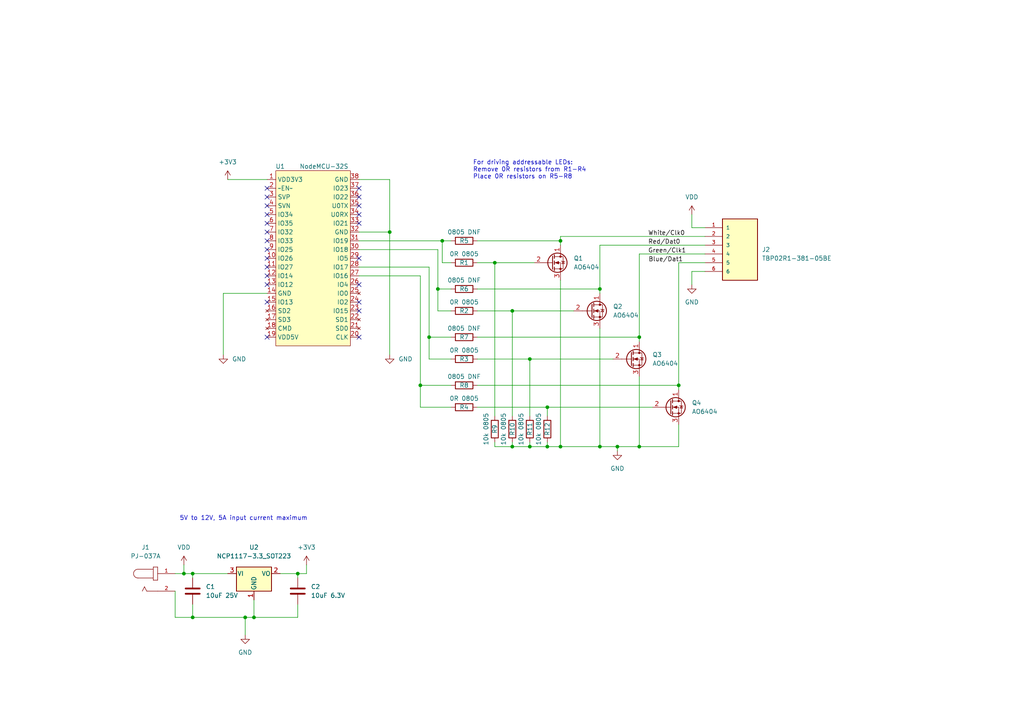
<source format=kicad_sch>
(kicad_sch (version 20211123) (generator eeschema)
  (paper "A4")
  (title_block (title "ESP32 LED driver board") (date "2022-01-01") (rev "1") (company "Matt Callaghan"))
  (lib_symbols
    (symbol "AO6404_1" (pin_names hide)
      (property "Reference" "Q" (at 5.08 2.54 0))
      (property "Value" "AO6404_1" (at 5.08 0 0))
      (symbol "AO6404_1_0_1"
        (circle (center -0.889 0) (radius 2.794) (stroke (width 0.254)))
        (circle (center 0 -1.778) (radius 0.254) (fill (type outline)))
        (polyline (pts (xy -2.286 0) (xy -5.08 0)))
        (polyline (pts (xy -2.286 1.905) (xy -2.286 -1.905)) (stroke (width 0.254)))
        (polyline (pts (xy -1.778 -1.27) (xy -1.778 -2.286)) (stroke (width 0.254)))
        (polyline (pts (xy -1.778 0.508) (xy -1.778 -0.508)) (stroke (width 0.254)))
        (polyline (pts (xy -1.778 2.286) (xy -1.778 1.27)) (stroke (width 0.254)))
        (polyline (pts (xy 0 2.54) (xy 0 1.778)))
        (polyline (pts (xy 0 -2.54) (xy 0 0) (xy -1.778 0)))
        (polyline (pts (xy -1.778 -1.778) (xy 0.762 -1.778) (xy 0.762 1.778) (xy -1.778 1.778)))
        (polyline (pts (xy -1.524 0) (xy -0.508 0.381) (xy -0.508 -0.381) (xy -1.524 0)) (fill (type outline)))
        (polyline (pts (xy 0.254 0.508) (xy 0.381 0.381) (xy 1.143 0.381) (xy 1.27 0.254)))
        (polyline (pts (xy 0.762 0.381) (xy 0.381 -0.254) (xy 1.143 -0.254) (xy 0.762 0.381)))
        (circle (center 0 1.778) (radius 0.254) (fill (type outline)))
      )
      (symbol "AO6404_1_1_1"
        (pin passive line (at 0 5.08 270) (length 2.54) (name "D") (number "1"))
        (pin input line (at -7.62 0 0) (length 2.54) (name "G") (number "2"))
        (pin passive line (at 0 -5.08 90) (length 2.54) (name "S") (number "3"))
      )
    )
    (symbol "Device:C" (pin_numbers hide) (pin_names (offset 0.254))
      (property "Reference" "C" (at 0.635 2.54 0))
      (property "Value" "C" (at 0.635 -2.54 0))
      (symbol "C_0_1"
        (polyline (pts (xy -2.032 -0.762) (xy 2.032 -0.762)) (stroke (width 0.508)))
        (polyline (pts (xy -2.032 0.762) (xy 2.032 0.762)) (stroke (width 0.508)))
      )
      (symbol "C_1_1"
        (pin passive line (at 0 3.81 270) (length 2.794) (name "~") (number "1"))
        (pin passive line (at 0 -3.81 90) (length 2.794) (name "~") (number "2"))
      )
    )
    (symbol "Device:R" (pin_numbers hide) (pin_names (offset 0))
      (property "Reference" "R" (at 2.032 0 90))
      (property "Value" "R" (at 0 0 90))
      (symbol "R_0_1"
        (rectangle (start -1.016 -2.54) (end 1.016 2.54) (stroke (width 0.254)))
      )
      (symbol "R_1_1"
        (pin passive line (at 0 3.81 270) (length 1.27) (name "~") (number "1"))
        (pin passive line (at 0 -3.81 90) (length 1.27) (name "~") (number "2"))
      )
    )
    (symbol "Matts_Library:AO6404" (pin_names hide)
      (property "Reference" "Q" (at 5.08 2.54 0))
      (property "Value" "AO6404" (at 5.08 0 0))
      (symbol "AO6404_0_1"
        (circle (center -0.889 0) (radius 2.794) (stroke (width 0.254)))
        (circle (center 0 -1.778) (radius 0.254) (fill (type outline)))
        (polyline (pts (xy -2.286 0) (xy -5.08 0)))
        (polyline (pts (xy -2.286 1.905) (xy -2.286 -1.905)) (stroke (width 0.254)))
        (polyline (pts (xy -1.778 -1.27) (xy -1.778 -2.286)) (stroke (width 0.254)))
        (polyline (pts (xy -1.778 0.508) (xy -1.778 -0.508)) (stroke (width 0.254)))
        (polyline (pts (xy -1.778 2.286) (xy -1.778 1.27)) (stroke (width 0.254)))
        (polyline (pts (xy 0 2.54) (xy 0 1.778)))
        (polyline (pts (xy 0 -2.54) (xy 0 0) (xy -1.778 0)))
        (polyline (pts (xy -1.778 -1.778) (xy 0.762 -1.778) (xy 0.762 1.778) (xy -1.778 1.778)))
        (polyline (pts (xy -1.524 0) (xy -0.508 0.381) (xy -0.508 -0.381) (xy -1.524 0)) (fill (type outline)))
        (polyline (pts (xy 0.254 0.508) (xy 0.381 0.381) (xy 1.143 0.381) (xy 1.27 0.254)))
        (polyline (pts (xy 0.762 0.381) (xy 0.381 -0.254) (xy 1.143 -0.254) (xy 0.762 0.381)))
        (circle (center 0 1.778) (radius 0.254) (fill (type outline)))
      )
      (symbol "AO6404_1_1"
        (pin passive line (at 0 5.08 270) (length 2.54) (name "D") (number "1"))
        (pin input line (at -7.62 0 0) (length 2.54) (name "G") (number "2"))
        (pin passive line (at 0 -5.08 90) (length 2.54) (name "S") (number "3"))
      )
    )
    (symbol "Matts_Library:NodeMCU-32S"
      (property "Reference" "U" (at -10.16 25.4 0))
      (property "Value" "NodeMCU-32S" (at 2.54 25.4 0))
      (symbol "NodeMCU-32S_0_0"
        (pin bidirectional line (at -13.97 6.35 0) (length 2.54) (name "IO32") (number "7"))
      )
      (symbol "NodeMCU-32S_0_1"
        (rectangle (start -11.43 24.13) (end 10.16 -26.67) (fill (type background)))
      )
      (symbol "NodeMCU-32S_1_1"
        (pin power_in line (at -13.97 21.59 0) (length 2.54) (name "VDD3V3") (number "1"))
        (pin bidirectional line (at -13.97 -1.27 0) (length 2.54) (name "IO26") (number "10"))
        (pin bidirectional line (at -13.97 -3.81 0) (length 2.54) (name "IO27") (number "11"))
        (pin bidirectional line (at -13.97 -6.35 0) (length 2.54) (name "IO14") (number "12"))
        (pin bidirectional line (at -13.97 -8.89 0) (length 2.54) (name "IO12") (number "13"))
        (pin power_in line (at -13.97 -11.43 0) (length 2.54) (name "GND") (number "14"))
        (pin power_in line (at -13.97 -13.97 0) (length 2.54) (name "IO13") (number "15"))
        (pin no_connect line (at -13.97 -16.51 0) (length 2.54) (name "SD2") (number "16"))
        (pin no_connect line (at -13.97 -19.05 0) (length 2.54) (name "SD3") (number "17"))
        (pin no_connect line (at -13.97 -21.59 0) (length 2.54) (name "CMD") (number "18"))
        (pin power_in line (at -13.97 -24.13 0) (length 2.54) (name "VDD5V") (number "19"))
        (pin input line (at -13.97 19.05 0) (length 2.54) (name "~EN~") (number "2"))
        (pin bidirectional line (at 12.7 -24.13 180) (length 2.54) (name "CLK") (number "20"))
        (pin no_connect line (at 12.7 -21.59 180) (length 2.54) (name "SD0") (number "21"))
        (pin no_connect line (at 12.7 -19.05 180) (length 2.54) (name "SD1") (number "22"))
        (pin bidirectional line (at 12.7 -16.51 180) (length 2.54) (name "IO15") (number "23"))
        (pin bidirectional line (at 12.7 -13.97 180) (length 2.54) (name "IO2") (number "24"))
        (pin no_connect line (at 12.7 -11.43 180) (length 2.54) (name "IO0") (number "25"))
        (pin bidirectional line (at 12.7 -8.89 180) (length 2.54) (name "IO4") (number "26"))
        (pin bidirectional line (at 12.7 -6.35 180) (length 2.54) (name "IO16") (number "27"))
        (pin bidirectional line (at 12.7 -3.81 180) (length 2.54) (name "IO17") (number "28"))
        (pin bidirectional line (at 12.7 -1.27 180) (length 2.54) (name "IO5") (number "29"))
        (pin bidirectional line (at -13.97 16.51 0) (length 2.54) (name "SVP") (number "3"))
        (pin bidirectional line (at 12.7 1.27 180) (length 2.54) (name "IO18") (number "30"))
        (pin bidirectional line (at 12.7 3.81 180) (length 2.54) (name "IO19") (number "31"))
        (pin power_in line (at 12.7 6.35 180) (length 2.54) (name "GND") (number "32"))
        (pin bidirectional line (at 12.7 8.89 180) (length 2.54) (name "IO21") (number "33"))
        (pin bidirectional line (at 12.7 11.43 180) (length 2.54) (name "U0RX") (number "34"))
        (pin bidirectional line (at 12.7 13.97 180) (length 2.54) (name "U0TX") (number "35"))
        (pin bidirectional line (at 12.7 16.51 180) (length 2.54) (name "IO22") (number "36"))
        (pin bidirectional line (at 12.7 19.05 180) (length 2.54) (name "IO23") (number "37"))
        (pin power_in line (at 12.7 21.59 180) (length 2.54) (name "GND") (number "38"))
        (pin bidirectional line (at -13.97 13.97 0) (length 2.54) (name "SVN") (number "4"))
        (pin bidirectional line (at -13.97 11.43 0) (length 2.54) (name "IO34") (number "5"))
        (pin bidirectional line (at -13.97 8.89 0) (length 2.54) (name "IO35") (number "6"))
        (pin bidirectional line (at -13.97 3.81 0) (length 2.54) (name "IO33") (number "8"))
        (pin bidirectional line (at -13.97 1.27 0) (length 2.54) (name "IO25") (number "9"))
      )
    )
    (symbol "Matts_Library:PJ-037A" (pin_names (offset 1.016) hide)
      (property "Reference" "J" (at -7.62 5.08 0))
      (property "Value" "PJ-037A" (at -7.62 -5.08 0))
      (symbol "PJ-037A_0_0"
        (arc (start -5.715 3.81) (mid -6.985 2.54) (end -5.715 1.27) (stroke (width 0.1524)))
        (polyline (pts (xy -5.715 3.81) (xy -1.27 3.81)) (stroke (width 0.1524)))
        (polyline (pts (xy -3.81 -1.27) (xy -4.445 -2.54)) (stroke (width 0.1524)))
        (polyline (pts (xy -3.175 -2.54) (xy -3.81 -1.27)) (stroke (width 0.1524)))
        (polyline (pts (xy -1.27 0.635) (xy 0 0.635)) (stroke (width 0.1524)))
        (polyline (pts (xy -1.27 1.27) (xy -5.715 1.27)) (stroke (width 0.1524)))
        (polyline (pts (xy -1.27 1.27) (xy -1.27 0.635)) (stroke (width 0.1524)))
        (polyline (pts (xy -1.27 3.81) (xy -1.27 1.27)) (stroke (width 0.1524)))
        (polyline (pts (xy -1.27 4.445) (xy -1.27 3.81)) (stroke (width 0.1524)))
        (polyline (pts (xy 0 -2.54) (xy -3.175 -2.54)) (stroke (width 0.1524)))
        (polyline (pts (xy 0 0.635) (xy 0 4.445)) (stroke (width 0.1524)))
        (polyline (pts (xy 0 4.445) (xy -1.27 4.445)) (stroke (width 0.1524)))
        (pin passive line (at 5.08 2.54 180) (length 5.08) (name "~") (number "1"))
        (pin passive line (at 5.08 -2.54 180) (length 5.08) (name "~") (number "2"))
      )
    )
    (symbol "Matts_Library:TBP02R1-381-06BE" (pin_names (offset 1.016))
      (property "Reference" "J" (at -5.588 10.16 0))
      (property "Value" "TBP02R1-381-06BE" (at -5.08 -10.16 0))
      (symbol "TBP02R1-381-06BE_0_0"
        (rectangle (start -5.08 -7.62) (end 5.08 10.16) (stroke (width 0.254)) (fill (type background)))
        (pin passive line (at -10.16 7.62 0) (length 5.08) (name "1") (number "1"))
        (pin passive line (at -10.16 5.08 0) (length 5.08) (name "2") (number "2"))
        (pin passive line (at -10.16 2.54 0) (length 5.08) (name "3") (number "3"))
        (pin passive line (at -10.16 0 0) (length 5.08) (name "4") (number "4"))
        (pin passive line (at -10.16 -2.54 0) (length 5.08) (name "5") (number "5"))
        (pin passive line (at -10.16 -5.08 0) (length 5.08) (name "6") (number "6"))
      )
    )
    (symbol "Regulator_Linear:NCP1117-3.3_SOT223" (pin_names (offset 0.254))
      (property "Reference" "U" (at -3.81 3.175 0))
      (property "Value" "NCP1117-3.3_SOT223" (at 0 3.175 0))
      (symbol "NCP1117-3.3_SOT223_0_1"
        (rectangle (start -5.08 -5.08) (end 5.08 1.905) (stroke (width 0.254)) (fill (type background)))
      )
      (symbol "NCP1117-3.3_SOT223_1_1"
        (pin power_in line (at 0 -7.62 90) (length 2.54) (name "GND") (number "1"))
        (pin power_out line (at 7.62 0 180) (length 2.54) (name "VO") (number "2"))
        (pin power_in line (at -7.62 0 0) (length 2.54) (name "VI") (number "3"))
      )
    )
    (symbol "power:+3V3" (power) (pin_names (offset 0))
      (property "Value" "+3V3" (at 0 3.556 0))
      (symbol "+3V3_0_1"
        (polyline (pts (xy -0.762 1.27) (xy 0 2.54)))
        (polyline (pts (xy 0 0) (xy 0 2.54)))
        (polyline (pts (xy 0 2.54) (xy 0.762 1.27)))
      )
      (symbol "+3V3_1_1"
        (pin power_in line (at 0 0 90) (length 0) hide (name "+3V3") (number "1"))
      )
    )
    (symbol "power:GND" (power) (pin_names (offset 0))
      (property "Value" "GND" (at 0 -3.81 0))
      (symbol "GND_0_1"
        (polyline (pts (xy 0 0) (xy 0 -1.27) (xy 1.27 -1.27) (xy 0 -2.54) (xy -1.27 -1.27) (xy 0 -1.27)))
      )
      (symbol "GND_1_1"
        (pin power_in line (at 0 0 270) (length 0) hide (name "GND") (number "1"))
      )
    )
    (symbol "power:VDD" (power) (pin_names (offset 0))
      (property "Value" "VDD" (at 0 3.81 0))
      (symbol "VDD_0_1"
        (polyline (pts (xy -0.762 1.27) (xy 0 2.54)))
        (polyline (pts (xy 0 0) (xy 0 2.54)))
        (polyline (pts (xy 0 2.54) (xy 0.762 1.27)))
      )
      (symbol "VDD_1_1"
        (pin power_in line (at 0 0 90) (length 0) hide (name "VDD") (number "1"))
      )
    )
  )
  (junction (at 73.66 179.07))
  (junction (at 55.88 179.07))
  (junction (at 185.42 129.54))
  (junction (at 127 83.82))
  (junction (at 179.07 129.54))
  (junction (at 148.59 129.54))
  (junction (at 53.34 166.37))
  (junction (at 124.46 97.79))
  (junction (at 71.12 179.07))
  (junction (at 143.51 76.2))
  (junction (at 158.75 118.11))
  (junction (at 196.85 111.76))
  (junction (at 162.56 69.85))
  (junction (at 128.27 69.85))
  (junction (at 153.67 104.14))
  (junction (at 121.92 111.76))
  (junction (at 113.03 67.31))
  (junction (at 86.36 166.37))
  (junction (at 185.42 97.79))
  (junction (at 153.67 129.54))
  (junction (at 173.99 129.54))
  (junction (at 173.99 83.82))
  (junction (at 148.59 90.17))
  (junction (at 162.56 129.54))
  (junction (at 158.75 129.54))
  (junction (at 55.88 166.37))
  (no_connect (at 77.47 54.61))
  (no_connect (at 77.47 57.15))
  (no_connect (at 77.47 59.69))
  (no_connect (at 77.47 62.23))
  (no_connect (at 77.47 69.85))
  (no_connect (at 77.47 72.39))
  (no_connect (at 77.47 74.93))
  (no_connect (at 77.47 77.47))
  (no_connect (at 77.47 67.31))
  (no_connect (at 77.47 64.77))
  (no_connect (at 104.14 97.79))
  (no_connect (at 77.47 82.55))
  (no_connect (at 77.47 80.01))
  (no_connect (at 77.47 97.79))
  (no_connect (at 77.47 87.63))
  (no_connect (at 104.14 82.55))
  (no_connect (at 104.14 90.17))
  (no_connect (at 104.14 74.93))
  (no_connect (at 104.14 87.63))
  (no_connect (at 104.14 54.61))
  (no_connect (at 104.14 64.77))
  (no_connect (at 104.14 62.23))
  (no_connect (at 104.14 59.69))
  (no_connect (at 104.14 57.15))
  (wire (pts (xy 127 83.82) (xy 130.81 83.82)))
  (wire (pts (xy 196.85 123.19) (xy 196.85 129.54)))
  (wire (pts (xy 121.92 111.76) (xy 121.92 118.11)))
  (wire (pts (xy 88.9 163.83) (xy 88.9 166.37)))
  (wire (pts (xy 113.03 52.07) (xy 113.03 67.31)))
  (wire (pts (xy 162.56 129.54) (xy 173.99 129.54)))
  (wire (pts (xy 121.92 111.76) (xy 130.81 111.76)))
  (wire (pts (xy 124.46 97.79) (xy 130.81 97.79)))
  (wire (pts (xy 138.43 69.85) (xy 162.56 69.85)))
  (wire (pts (xy 50.8 171.45) (xy 50.8 179.07)))
  (wire (pts (xy 128.27 69.85) (xy 128.27 76.2)))
  (wire (pts (xy 173.99 83.82) (xy 173.99 85.09)))
  (wire (pts (xy 121.92 80.01) (xy 121.92 111.76)))
  (wire (pts (xy 64.77 85.09) (xy 77.47 85.09)))
  (wire (pts (xy 50.8 166.37) (xy 53.34 166.37)))
  (wire (pts (xy 179.07 129.54) (xy 185.42 129.54)))
  (wire (pts (xy 138.43 76.2) (xy 143.51 76.2)))
  (wire (pts (xy 148.59 128.27) (xy 148.59 129.54)))
  (wire (pts (xy 81.28 166.37) (xy 86.36 166.37)))
  (wire (pts (xy 173.99 83.82) (xy 173.99 71.12)))
  (wire (pts (xy 158.75 118.11) (xy 189.23 118.11)))
  (wire (pts (xy 200.66 62.23) (xy 200.66 66.04)))
  (wire (pts (xy 66.04 52.07) (xy 77.47 52.07)))
  (wire (pts (xy 148.59 90.17) (xy 148.59 120.65)))
  (wire (pts (xy 148.59 90.17) (xy 166.37 90.17)))
  (wire (pts (xy 130.81 76.2) (xy 128.27 76.2)))
  (wire (pts (xy 162.56 68.58) (xy 162.56 69.85)))
  (wire (pts (xy 200.66 78.74) (xy 204.47 78.74)))
  (wire (pts (xy 104.14 72.39) (xy 127 72.39)))
  (wire (pts (xy 162.56 81.28) (xy 162.56 129.54)))
  (wire (pts (xy 185.42 97.79) (xy 185.42 73.66)))
  (wire (pts (xy 104.14 69.85) (xy 128.27 69.85)))
  (wire (pts (xy 88.9 166.37) (xy 86.36 166.37)))
  (wire (pts (xy 86.36 167.64) (xy 86.36 166.37)))
  (wire (pts (xy 173.99 95.25) (xy 173.99 129.54)))
  (wire (pts (xy 55.88 166.37) (xy 66.04 166.37)))
  (wire (pts (xy 113.03 102.87) (xy 113.03 67.31)))
  (wire (pts (xy 127 72.39) (xy 127 83.82)))
  (wire (pts (xy 50.8 179.07) (xy 55.88 179.07)))
  (wire (pts (xy 200.66 82.55) (xy 200.66 78.74)))
  (wire (pts (xy 127 83.82) (xy 127 90.17)))
  (wire (pts (xy 173.99 129.54) (xy 179.07 129.54)))
  (wire (pts (xy 185.42 73.66) (xy 204.47 73.66)))
  (wire (pts (xy 124.46 77.47) (xy 124.46 97.79)))
  (wire (pts (xy 153.67 104.14) (xy 153.67 120.65)))
  (wire (pts (xy 73.66 173.99) (xy 73.66 179.07)))
  (wire (pts (xy 153.67 128.27) (xy 153.67 129.54)))
  (wire (pts (xy 138.43 118.11) (xy 158.75 118.11)))
  (wire (pts (xy 158.75 129.54) (xy 162.56 129.54)))
  (wire (pts (xy 138.43 83.82) (xy 173.99 83.82)))
  (wire (pts (xy 143.51 76.2) (xy 154.94 76.2)))
  (wire (pts (xy 185.42 129.54) (xy 196.85 129.54)))
  (wire (pts (xy 158.75 118.11) (xy 158.75 120.65)))
  (wire (pts (xy 196.85 76.2) (xy 196.85 111.76)))
  (wire (pts (xy 53.34 166.37) (xy 55.88 166.37)))
  (wire (pts (xy 104.14 80.01) (xy 121.92 80.01)))
  (wire (pts (xy 124.46 104.14) (xy 130.81 104.14)))
  (wire (pts (xy 143.51 129.54) (xy 148.59 129.54)))
  (wire (pts (xy 185.42 109.22) (xy 185.42 129.54)))
  (wire (pts (xy 196.85 111.76) (xy 196.85 113.03)))
  (wire (pts (xy 73.66 179.07) (xy 86.36 179.07)))
  (wire (pts (xy 71.12 179.07) (xy 73.66 179.07)))
  (wire (pts (xy 127 90.17) (xy 130.81 90.17)))
  (wire (pts (xy 55.88 179.07) (xy 71.12 179.07)))
  (wire (pts (xy 124.46 97.79) (xy 124.46 104.14)))
  (wire (pts (xy 128.27 69.85) (xy 130.81 69.85)))
  (wire (pts (xy 162.56 69.85) (xy 162.56 71.12)))
  (wire (pts (xy 158.75 128.27) (xy 158.75 129.54)))
  (wire (pts (xy 179.07 129.54) (xy 179.07 130.81)))
  (wire (pts (xy 64.77 102.87) (xy 64.77 85.09)))
  (wire (pts (xy 86.36 175.26) (xy 86.36 179.07)))
  (wire (pts (xy 138.43 90.17) (xy 148.59 90.17)))
  (wire (pts (xy 55.88 167.64) (xy 55.88 166.37)))
  (wire (pts (xy 200.66 66.04) (xy 204.47 66.04)))
  (wire (pts (xy 148.59 129.54) (xy 153.67 129.54)))
  (wire (pts (xy 204.47 68.58) (xy 162.56 68.58)))
  (wire (pts (xy 55.88 175.26) (xy 55.88 179.07)))
  (wire (pts (xy 143.51 128.27) (xy 143.51 129.54)))
  (wire (pts (xy 121.92 118.11) (xy 130.81 118.11)))
  (wire (pts (xy 153.67 129.54) (xy 158.75 129.54)))
  (wire (pts (xy 138.43 104.14) (xy 153.67 104.14)))
  (wire (pts (xy 185.42 97.79) (xy 185.42 99.06)))
  (wire (pts (xy 71.12 179.07) (xy 71.12 184.15)))
  (wire (pts (xy 138.43 111.76) (xy 196.85 111.76)))
  (wire (pts (xy 138.43 97.79) (xy 185.42 97.79)))
  (wire (pts (xy 53.34 163.83) (xy 53.34 166.37)))
  (wire (pts (xy 153.67 104.14) (xy 177.8 104.14)))
  (wire (pts (xy 143.51 120.65) (xy 143.51 76.2)))
  (wire (pts (xy 196.85 76.2) (xy 204.47 76.2)))
  (wire (pts (xy 104.14 52.07) (xy 113.03 52.07)))
  (wire (pts (xy 104.14 77.47) (xy 124.46 77.47)))
  (wire (pts (xy 173.99 71.12) (xy 204.47 71.12)))
  (wire (pts (xy 113.03 67.31) (xy 104.14 67.31)))
  (text "For driving addressable LEDs:\nRemove 0R resistors from R1-R4\nPlace 0R resistors on R5-R8" (at 137.16 52.07 0) (effects (font (size 1.27 1.27)) (justify left bottom)))
  (text "5V to 12V, 5A input current maximum" (at 52.07 151.13 0) (effects (font (size 1.27 1.27)) (justify left bottom)))
  (label "Red{slash}Dat0" (at 187.96 71.12 0))
  (label "White{slash}Clk0" (at 187.96 68.58 0))
  (label "Blue{slash}Dat1" (at 198.12 76.2 180))
  (label "Green{slash}Clk1" (at 187.96 73.66 0))
  (symbol (lib_id "Device:C") (at 55.88 171.45 0) (unit 1)
    (property "Reference" "C1" (at 59.69 170.1799 0) (effects (justify left)))
    (property "Value" "10uF 25V" (at 59.69 172.7199 0) (effects (justify left)))
    (property "Footprint" "Capacitor_SMD:C_0805_2012Metric" (effects hide))
  )
  (symbol (lib_id "power:+3V3") (at 66.04 52.07 0) (unit 1)
    (property "Reference" "#PWR0104" (effects hide))
    (property "Value" "+3V3" (at 66.04 46.99 0))
  )
  (symbol (lib_id "power:VDD") (at 200.66 62.23 0) (unit 1)
    (property "Reference" "#PWR0106" (effects hide))
    (property "Value" "VDD" (at 200.66 57.15 0))
  )
  (symbol (lib_name "AO6404_1") (lib_id "Matts_Library:AO6404") (at 162.56 76.2 0) (unit 1)
    (property "Reference" "Q1" (at 166.37 74.9299 0) (effects (justify left)))
    (property "Value" "AO6404" (at 166.37 77.4699 0) (effects (justify left)))
    (property "Footprint" "Matts_Library:AO6404" (effects hide))
    (property "Datasheet" "http://aosmd.com/res/data_sheets/AO6404.pdf" (effects hide))
  )
  (symbol (lib_id "Matts_Library:TBP02R1-381-06BE") (at 214.63 73.66 0) (unit 1)
    (property "Reference" "J2" (at 220.98 72.3899 0) (effects (justify left)))
    (property "Value" "TBP02R1-381-05BE" (at 220.98 74.9299 0) (effects (justify left)))
    (property "Footprint" "Matts_Library:CUI_TBP02R1-381-06BE" (effects hide))
    (property "STANDARD" "Manufacturer Recommendations" (effects hide))
    (property "MANUFACTURER" "CUI" (effects hide))
  )
  (symbol (lib_id "Matts_Library:PJ-037A") (at 45.72 168.91 0) (unit 1)
    (property "Reference" "J1" (at 42.2275 158.75 0))
    (property "Value" "PJ-037A" (at 42.2275 161.29 0))
    (property "Footprint" "Matts_Library:CUI_PJ-037A" (effects hide))
    (property "STANDARD" "Manufacturer recommendations" (effects hide))
    (property "MANUFACTURER" "CUI INC" (effects hide))
  )
  (symbol (lib_id "Matts_Library:AO6404") (at 185.42 104.14 0) (unit 1)
    (property "Reference" "Q3" (at 189.23 102.8699 0) (effects (justify left)))
    (property "Value" "AO6404" (at 189.23 105.4099 0) (effects (justify left)))
    (property "Footprint" "Matts_Library:AO6404" (effects hide))
    (property "Datasheet" "http://aosmd.com/res/data_sheets/AO6404.pdf" (effects hide))
  )
  (symbol (lib_id "Device:R") (at 134.62 90.17 90) (unit 1)
    (property "Reference" "R2" (at 134.62 90.17 90))
    (property "Value" "0R 0805" (at 134.62 87.63 90))
    (property "Footprint" "Resistor_SMD:R_0805_2012Metric" (effects hide))
  )
  (symbol (lib_id "power:GND") (at 71.12 184.15 0) (unit 1)
    (property "Reference" "#PWR0103" (effects hide))
    (property "Value" "GND" (at 71.12 189.23 0))
  )
  (symbol (lib_id "Matts_Library:NodeMCU-32S") (at 91.44 73.66 0) (unit 1)
    (property "Reference" "U1" (at 81.28 48.26 0))
    (property "Value" "NodeMCU-32S" (at 93.98 48.26 0))
    (property "Footprint" "Matts_Library:NodeMCU-32S" (effects hide))
    (property "Datasheet" "https://www.shenzhen2u.com/NodeMCU-32S" (effects hide))
  )
  (symbol (lib_id "Device:R") (at 143.51 124.46 180) (unit 1)
    (property "Reference" "R9" (at 143.51 124.46 90))
    (property "Value" "10k 0805" (at 140.97 124.46 90))
    (property "Footprint" "Resistor_SMD:R_0805_2012Metric" (effects hide))
  )
  (symbol (lib_id "power:VDD") (at 53.34 163.83 0) (unit 1)
    (property "Reference" "#PWR0102" (effects hide))
    (property "Value" "VDD" (at 53.34 158.75 0))
  )
  (symbol (lib_id "power:+3V3") (at 88.9 163.83 0) (unit 1)
    (property "Reference" "#PWR0101" (effects hide))
    (property "Value" "+3V3" (at 88.9 158.75 0))
  )
  (symbol (lib_id "Matts_Library:AO6404") (at 196.85 118.11 0) (unit 1)
    (property "Reference" "Q4" (at 200.66 116.8399 0) (effects (justify left)))
    (property "Value" "AO6404" (at 200.66 119.3799 0) (effects (justify left)))
    (property "Footprint" "Matts_Library:AO6404" (effects hide))
    (property "Datasheet" "http://aosmd.com/res/data_sheets/AO6404.pdf" (effects hide))
  )
  (symbol (lib_id "Matts_Library:AO6404") (at 173.99 90.17 0) (unit 1)
    (property "Reference" "Q2" (at 177.8 88.8999 0) (effects (justify left)))
    (property "Value" "AO6404" (at 177.8 91.4399 0) (effects (justify left)))
    (property "Footprint" "Matts_Library:AO6404" (effects hide))
    (property "Datasheet" "http://aosmd.com/res/data_sheets/AO6404.pdf" (effects hide))
  )
  (symbol (lib_id "Device:C") (at 86.36 171.45 0) (unit 1)
    (property "Reference" "C2" (at 90.17 170.1799 0) (effects (justify left)))
    (property "Value" "10uF 6.3V" (at 90.17 172.7199 0) (effects (justify left)))
    (property "Footprint" "Capacitor_SMD:C_0603_1608Metric" (effects hide))
  )
  (symbol (lib_id "Regulator_Linear:NCP1117-3.3_SOT223") (at 73.66 166.37 0) (unit 1)
    (property "Reference" "U2" (at 73.66 158.75 0))
    (property "Value" "NCP1117-3.3_SOT223" (at 73.66 161.29 0))
    (property "Footprint" "Package_TO_SOT_SMD:SOT-223-3_TabPin2" (effects hide))
    (property "Datasheet" "http://www.onsemi.com/pub_link/Collateral/NCP1117-D.PDF" (effects hide))
  )
  (symbol (lib_id "power:GND") (at 179.07 130.81 0) (unit 1)
    (property "Reference" "#PWR0105" (effects hide))
    (property "Value" "GND" (at 179.07 135.89 0))
  )
  (symbol (lib_id "Device:R") (at 148.59 124.46 180) (unit 1)
    (property "Reference" "R10" (at 148.59 124.46 90))
    (property "Value" "10k 0805" (at 146.05 124.46 90))
    (property "Footprint" "Resistor_SMD:R_0805_2012Metric" (effects hide))
  )
  (symbol (lib_id "Device:R") (at 134.62 97.79 90) (unit 1) (in_bom no)
    (property "Reference" "R7" (at 134.62 97.79 90))
    (property "Value" "0805 DNF" (at 134.62 95.25 90))
    (property "Footprint" "Resistor_SMD:R_0805_2012Metric" (effects hide))
  )
  (symbol (lib_id "Device:R") (at 134.62 83.82 90) (unit 1) (in_bom no)
    (property "Reference" "R6" (at 134.62 83.82 90))
    (property "Value" "0805 DNF" (at 134.62 81.28 90))
    (property "Footprint" "Resistor_SMD:R_0805_2012Metric" (effects hide))
  )
  (symbol (lib_id "Device:R") (at 134.62 69.85 90) (unit 1) (in_bom no)
    (property "Reference" "R5" (at 134.62 69.85 90))
    (property "Value" "0805 DNF" (at 134.62 67.31 90))
    (property "Footprint" "Resistor_SMD:R_0805_2012Metric" (effects hide))
  )
  (symbol (lib_id "Device:R") (at 134.62 111.76 90) (unit 1) (in_bom no)
    (property "Reference" "R8" (at 134.62 111.76 90))
    (property "Value" "0805 DNF" (at 134.62 109.22 90))
    (property "Footprint" "Resistor_SMD:R_0805_2012Metric" (effects hide))
  )
  (symbol (lib_id "Device:R") (at 158.75 124.46 180) (unit 1)
    (property "Reference" "R12" (at 158.75 124.46 90))
    (property "Value" "10k 0805" (at 156.21 124.46 90))
    (property "Footprint" "Resistor_SMD:R_0805_2012Metric" (effects hide))
  )
  (symbol (lib_id "Device:R") (at 134.62 118.11 90) (unit 1)
    (property "Reference" "R4" (at 134.62 118.11 90))
    (property "Value" "0R 0805" (at 134.62 115.57 90))
    (property "Footprint" "Resistor_SMD:R_0805_2012Metric" (effects hide))
  )
  (symbol (lib_id "power:GND") (at 113.03 102.87 0) (mirror y) (unit 1)
    (property "Reference" "#PWR0108" (effects hide))
    (property "Value" "GND" (at 115.57 104.1399 0) (effects (justify right)))
  )
  (symbol (lib_id "power:GND") (at 64.77 102.87 0) (mirror y) (unit 1)
    (property "Reference" "#PWR0107" (effects hide))
    (property "Value" "GND" (at 67.31 104.1399 0) (effects (justify right)))
  )
  (symbol (lib_id "power:GND") (at 200.66 82.55 0) (unit 1)
    (property "Reference" "#PWR0109" (effects hide))
    (property "Value" "GND" (at 200.66 87.63 0))
  )
  (symbol (lib_id "Device:R") (at 134.62 104.14 90) (unit 1)
    (property "Reference" "R3" (at 134.62 104.14 90))
    (property "Value" "0R 0805" (at 134.62 101.6 90))
    (property "Footprint" "Resistor_SMD:R_0805_2012Metric" (effects hide))
  )
  (symbol (lib_id "Device:R") (at 134.62 76.2 90) (unit 1)
    (property "Reference" "R1" (at 134.62 76.2 90))
    (property "Value" "0R 0805" (at 134.62 73.66 90))
    (property "Footprint" "Resistor_SMD:R_0805_2012Metric" (effects hide))
  )
  (symbol (lib_id "Device:R") (at 153.67 124.46 180) (unit 1)
    (property "Reference" "R11" (at 153.67 124.46 90))
    (property "Value" "10k 0805" (at 151.13 124.46 90))
    (property "Footprint" "Resistor_SMD:R_0805_2012Metric" (effects hide))
  )
)
</source>
